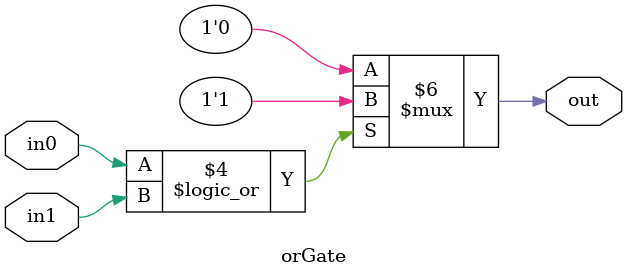
<source format=v>
/****************************************************************************
 * orGate.v
 ****************************************************************************/

/**
 * Module: orGate
 * 
 * TODO: Add module documentation
 */
module orGate(input in0, input in1, output reg out);
	
	always @(in0 or in1) begin
		if ((in0 == 1 ) || (in1 == 1))
			out = 1; 
		else 
			out = 0;
	end

endmodule


</source>
